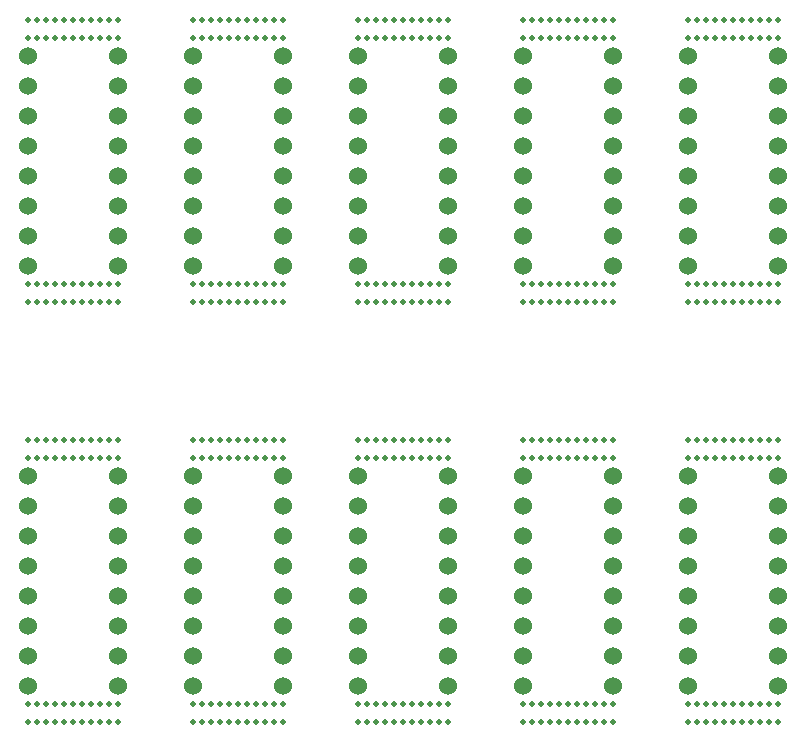
<source format=gbr>
%TF.GenerationSoftware,Altium Limited,Altium Designer,21.6.4 (81)*%
G04 Layer_Color=255*
%FSLAX26Y26*%
%MOIN*%
%TF.SameCoordinates,5FA90F47-3B47-4036-B415-51D33840892C*%
%TF.FilePolarity,Positive*%
%TF.FileFunction,Pads,Bot*%
%TF.Part,CustomerPanel*%
G01*
G75*
%TA.AperFunction,ViaPad*%
%ADD14C,0.019685*%
%ADD15C,0.060000*%
D14*
X1200000Y1055000D02*
D03*
X1230000D02*
D03*
X1260000D02*
D03*
X1290000D02*
D03*
X1320000D02*
D03*
X1350000D02*
D03*
X1380000D02*
D03*
X1410000D02*
D03*
X1440000D02*
D03*
X1470000D02*
D03*
X1500000D02*
D03*
Y1115000D02*
D03*
X1470000D02*
D03*
X1440000D02*
D03*
X1410000D02*
D03*
X1380000D02*
D03*
X1350000D02*
D03*
X1320000D02*
D03*
X1290000D02*
D03*
X1260000D02*
D03*
X1230000D02*
D03*
X1200000D02*
D03*
X1750000Y1055000D02*
D03*
X1780000D02*
D03*
X1810000D02*
D03*
X1840000D02*
D03*
X1870000D02*
D03*
X1900000D02*
D03*
X1930000D02*
D03*
X1960000D02*
D03*
X1990000D02*
D03*
X2020000D02*
D03*
X2050000D02*
D03*
Y1115000D02*
D03*
X2020000D02*
D03*
X1990000D02*
D03*
X1960000D02*
D03*
X1930000D02*
D03*
X1900000D02*
D03*
X1870000D02*
D03*
X1840000D02*
D03*
X1810000D02*
D03*
X1780000D02*
D03*
X1750000D02*
D03*
X2300000Y1055000D02*
D03*
X2330000D02*
D03*
X2360000D02*
D03*
X2390000D02*
D03*
X2420000D02*
D03*
X2450000D02*
D03*
X2480000D02*
D03*
X2510000D02*
D03*
X2540000D02*
D03*
X2570000D02*
D03*
X2600000D02*
D03*
Y1115000D02*
D03*
X2570000D02*
D03*
X2540000D02*
D03*
X2510000D02*
D03*
X2480000D02*
D03*
X2450000D02*
D03*
X2420000D02*
D03*
X2390000D02*
D03*
X2360000D02*
D03*
X2330000D02*
D03*
X2300000D02*
D03*
X2850000Y1055000D02*
D03*
X2880000D02*
D03*
X2910000D02*
D03*
X2940000D02*
D03*
X2970000D02*
D03*
X3000000D02*
D03*
X3030000D02*
D03*
X3060000D02*
D03*
X3090000D02*
D03*
X3120000D02*
D03*
X3150000D02*
D03*
Y1115000D02*
D03*
X3120000D02*
D03*
X3090000D02*
D03*
X3060000D02*
D03*
X3030000D02*
D03*
X3000000D02*
D03*
X2970000D02*
D03*
X2940000D02*
D03*
X2910000D02*
D03*
X2880000D02*
D03*
X2850000D02*
D03*
X3400000Y1055000D02*
D03*
X3430000D02*
D03*
X3460000D02*
D03*
X3490000D02*
D03*
X3520000D02*
D03*
X3550000D02*
D03*
X3580000D02*
D03*
X3610000D02*
D03*
X3640000D02*
D03*
X3670000D02*
D03*
X3700000D02*
D03*
Y1115000D02*
D03*
X3670000D02*
D03*
X3640000D02*
D03*
X3610000D02*
D03*
X3580000D02*
D03*
X3550000D02*
D03*
X3520000D02*
D03*
X3490000D02*
D03*
X3460000D02*
D03*
X3430000D02*
D03*
X3400000D02*
D03*
X3700000Y1935000D02*
D03*
Y1995000D02*
D03*
X3670000D02*
D03*
X3640000D02*
D03*
X3610000D02*
D03*
Y1935000D02*
D03*
X3640000D02*
D03*
X3670000D02*
D03*
X3580000D02*
D03*
X3550000D02*
D03*
X3520000D02*
D03*
Y1995000D02*
D03*
X3550000D02*
D03*
X3580000D02*
D03*
X3490000D02*
D03*
X3460000D02*
D03*
X3430000D02*
D03*
X3400000D02*
D03*
Y1935000D02*
D03*
X3430000D02*
D03*
X3460000D02*
D03*
X3490000D02*
D03*
X3150000D02*
D03*
X3120000D02*
D03*
Y1995000D02*
D03*
X3150000D02*
D03*
X3090000D02*
D03*
X3060000D02*
D03*
X3030000D02*
D03*
X3000000D02*
D03*
Y1935000D02*
D03*
X3030000D02*
D03*
X3060000D02*
D03*
X3090000D02*
D03*
X2970000D02*
D03*
X2940000D02*
D03*
X2910000D02*
D03*
Y1995000D02*
D03*
X2940000D02*
D03*
X2970000D02*
D03*
X2880000D02*
D03*
X2850000D02*
D03*
Y1935000D02*
D03*
X2880000D02*
D03*
X2600000D02*
D03*
Y1995000D02*
D03*
X2570000D02*
D03*
X2540000D02*
D03*
X2510000D02*
D03*
Y1935000D02*
D03*
X2540000D02*
D03*
X2570000D02*
D03*
X2480000D02*
D03*
X2450000D02*
D03*
X2420000D02*
D03*
Y1995000D02*
D03*
X2450000D02*
D03*
X2480000D02*
D03*
X2390000D02*
D03*
X2360000D02*
D03*
X2330000D02*
D03*
X2300000D02*
D03*
Y1935000D02*
D03*
X2330000D02*
D03*
X2360000D02*
D03*
X2390000D02*
D03*
X2050000D02*
D03*
X2020000D02*
D03*
Y1995000D02*
D03*
X2050000D02*
D03*
X1990000D02*
D03*
X1960000D02*
D03*
X1930000D02*
D03*
X1900000D02*
D03*
Y1935000D02*
D03*
X1930000D02*
D03*
X1960000D02*
D03*
X1990000D02*
D03*
X1870000D02*
D03*
X1840000D02*
D03*
X1810000D02*
D03*
Y1995000D02*
D03*
X1840000D02*
D03*
X1870000D02*
D03*
X1780000D02*
D03*
X1750000D02*
D03*
Y1935000D02*
D03*
X1780000D02*
D03*
X1500000D02*
D03*
Y1995000D02*
D03*
X1470000D02*
D03*
X1440000D02*
D03*
X1410000D02*
D03*
Y1935000D02*
D03*
X1440000D02*
D03*
X1470000D02*
D03*
X1380000D02*
D03*
X1350000D02*
D03*
X1320000D02*
D03*
Y1995000D02*
D03*
X1350000D02*
D03*
X1380000D02*
D03*
X1290000D02*
D03*
X1260000D02*
D03*
X1230000D02*
D03*
X1200000D02*
D03*
Y1935000D02*
D03*
X1230000D02*
D03*
X1260000D02*
D03*
X1290000D02*
D03*
X1750000Y2455000D02*
D03*
X1780000D02*
D03*
X1810000D02*
D03*
X1840000D02*
D03*
X1870000D02*
D03*
X1900000D02*
D03*
X1930000D02*
D03*
X1960000D02*
D03*
X1990000D02*
D03*
X2020000D02*
D03*
X2050000D02*
D03*
Y2515000D02*
D03*
X2020000D02*
D03*
X1990000D02*
D03*
X1960000D02*
D03*
X1930000D02*
D03*
X1900000D02*
D03*
X1870000D02*
D03*
X1840000D02*
D03*
X1810000D02*
D03*
X1780000D02*
D03*
X1750000D02*
D03*
X1500000D02*
D03*
Y2455000D02*
D03*
X1470000Y2515000D02*
D03*
X1440000D02*
D03*
X1410000D02*
D03*
Y2455000D02*
D03*
X1440000D02*
D03*
X1470000D02*
D03*
X1380000Y2515000D02*
D03*
X1350000D02*
D03*
X1320000D02*
D03*
Y2455000D02*
D03*
X1350000D02*
D03*
X1380000D02*
D03*
X1290000Y2515000D02*
D03*
X1260000D02*
D03*
X1230000D02*
D03*
X1200000D02*
D03*
Y2455000D02*
D03*
X1230000D02*
D03*
X1260000D02*
D03*
X1290000D02*
D03*
X2020000Y3335000D02*
D03*
X2050000D02*
D03*
Y3395000D02*
D03*
X2020000D02*
D03*
X1990000D02*
D03*
X1960000D02*
D03*
X1930000D02*
D03*
X1900000D02*
D03*
Y3335000D02*
D03*
X1930000D02*
D03*
X1960000D02*
D03*
X1990000D02*
D03*
X1870000D02*
D03*
X1840000D02*
D03*
X1810000D02*
D03*
Y3395000D02*
D03*
X1840000D02*
D03*
X1870000D02*
D03*
X1780000D02*
D03*
X1750000D02*
D03*
Y3335000D02*
D03*
X1780000D02*
D03*
X1500000D02*
D03*
Y3395000D02*
D03*
X1470000D02*
D03*
X1440000D02*
D03*
X1410000D02*
D03*
Y3335000D02*
D03*
X1440000D02*
D03*
X1470000D02*
D03*
X1380000D02*
D03*
X1350000D02*
D03*
X1320000D02*
D03*
Y3395000D02*
D03*
X1350000D02*
D03*
X1380000D02*
D03*
X1290000D02*
D03*
X1260000D02*
D03*
X1230000D02*
D03*
X1200000D02*
D03*
Y3335000D02*
D03*
X1230000D02*
D03*
X1260000D02*
D03*
X1290000D02*
D03*
X2300000Y2455000D02*
D03*
X2330000D02*
D03*
X2360000D02*
D03*
X2390000D02*
D03*
X2420000D02*
D03*
X2450000D02*
D03*
X2480000D02*
D03*
X2510000D02*
D03*
X2540000D02*
D03*
X2570000D02*
D03*
X2600000D02*
D03*
Y2515000D02*
D03*
X2570000D02*
D03*
X2540000D02*
D03*
X2510000D02*
D03*
X2480000D02*
D03*
X2450000D02*
D03*
X2420000D02*
D03*
X2390000D02*
D03*
X2360000D02*
D03*
X2330000D02*
D03*
X2300000D02*
D03*
X2850000Y2455000D02*
D03*
X2880000D02*
D03*
X2910000D02*
D03*
X2940000D02*
D03*
X2970000D02*
D03*
X3000000D02*
D03*
X3030000D02*
D03*
X3060000D02*
D03*
X3090000D02*
D03*
X3120000D02*
D03*
X3150000D02*
D03*
Y2515000D02*
D03*
X3120000D02*
D03*
X3090000D02*
D03*
X3060000D02*
D03*
X3030000D02*
D03*
X3000000D02*
D03*
X2970000D02*
D03*
X2940000D02*
D03*
X2910000D02*
D03*
X2880000D02*
D03*
X2850000D02*
D03*
X3400000Y2455000D02*
D03*
X3430000D02*
D03*
X3460000D02*
D03*
X3490000D02*
D03*
X3520000D02*
D03*
X3550000D02*
D03*
X3580000D02*
D03*
X3610000D02*
D03*
X3640000D02*
D03*
X3670000D02*
D03*
X3700000D02*
D03*
Y2515000D02*
D03*
X3670000D02*
D03*
X3640000D02*
D03*
X3610000D02*
D03*
X3580000D02*
D03*
X3550000D02*
D03*
X3520000D02*
D03*
X3490000D02*
D03*
X3460000D02*
D03*
X3430000D02*
D03*
X3400000D02*
D03*
X3700000Y3335000D02*
D03*
Y3395000D02*
D03*
X3670000D02*
D03*
X3640000D02*
D03*
X3610000D02*
D03*
Y3335000D02*
D03*
X3640000D02*
D03*
X3670000D02*
D03*
X3580000D02*
D03*
X3550000D02*
D03*
X3520000D02*
D03*
Y3395000D02*
D03*
X3550000D02*
D03*
X3580000D02*
D03*
X3490000D02*
D03*
X3460000D02*
D03*
X3430000D02*
D03*
X3400000D02*
D03*
Y3335000D02*
D03*
X3430000D02*
D03*
X3460000D02*
D03*
X3490000D02*
D03*
X3150000D02*
D03*
X3120000D02*
D03*
Y3395000D02*
D03*
X3150000D02*
D03*
X3090000D02*
D03*
X3060000D02*
D03*
X3030000D02*
D03*
X3000000D02*
D03*
Y3335000D02*
D03*
X3030000D02*
D03*
X3060000D02*
D03*
X3090000D02*
D03*
X2970000D02*
D03*
X2940000D02*
D03*
X2910000D02*
D03*
Y3395000D02*
D03*
X2940000D02*
D03*
X2970000D02*
D03*
X2880000D02*
D03*
X2850000D02*
D03*
Y3335000D02*
D03*
X2880000D02*
D03*
X2600000D02*
D03*
Y3395000D02*
D03*
X2570000D02*
D03*
X2540000D02*
D03*
X2510000D02*
D03*
Y3335000D02*
D03*
X2540000D02*
D03*
X2570000D02*
D03*
X2480000D02*
D03*
X2450000D02*
D03*
X2420000D02*
D03*
Y3395000D02*
D03*
X2450000D02*
D03*
X2480000D02*
D03*
X2390000D02*
D03*
X2360000D02*
D03*
X2330000D02*
D03*
X2300000D02*
D03*
Y3335000D02*
D03*
X2330000D02*
D03*
X2360000D02*
D03*
X2390000D02*
D03*
D15*
X1200000Y1175000D02*
D03*
Y1275000D02*
D03*
Y1375000D02*
D03*
Y1475000D02*
D03*
Y1575000D02*
D03*
Y1675000D02*
D03*
Y1775000D02*
D03*
Y1875000D02*
D03*
X1500000Y1575000D02*
D03*
Y1475000D02*
D03*
Y1375000D02*
D03*
Y1275000D02*
D03*
Y1175000D02*
D03*
X1750000D02*
D03*
Y1275000D02*
D03*
Y1375000D02*
D03*
Y1475000D02*
D03*
Y1575000D02*
D03*
Y1675000D02*
D03*
Y1775000D02*
D03*
Y1875000D02*
D03*
X1500000D02*
D03*
Y1775000D02*
D03*
Y1675000D02*
D03*
X2050000Y1175000D02*
D03*
Y1275000D02*
D03*
Y1375000D02*
D03*
Y1475000D02*
D03*
Y1575000D02*
D03*
Y1675000D02*
D03*
Y1775000D02*
D03*
Y1875000D02*
D03*
X2300000Y1575000D02*
D03*
Y1475000D02*
D03*
Y1375000D02*
D03*
Y1275000D02*
D03*
Y1175000D02*
D03*
X2600000D02*
D03*
Y1275000D02*
D03*
Y1375000D02*
D03*
Y1475000D02*
D03*
Y1575000D02*
D03*
Y1675000D02*
D03*
Y1775000D02*
D03*
Y1875000D02*
D03*
X2850000Y1675000D02*
D03*
Y1575000D02*
D03*
Y1475000D02*
D03*
Y1375000D02*
D03*
Y1275000D02*
D03*
Y1175000D02*
D03*
X3150000D02*
D03*
Y1275000D02*
D03*
Y1375000D02*
D03*
Y1475000D02*
D03*
Y1575000D02*
D03*
Y1675000D02*
D03*
Y1775000D02*
D03*
Y1875000D02*
D03*
X3400000Y1575000D02*
D03*
Y1475000D02*
D03*
Y1375000D02*
D03*
Y1275000D02*
D03*
Y1175000D02*
D03*
X3700000D02*
D03*
Y1275000D02*
D03*
Y1375000D02*
D03*
Y1475000D02*
D03*
Y1575000D02*
D03*
Y1675000D02*
D03*
Y1775000D02*
D03*
Y1875000D02*
D03*
X3400000D02*
D03*
Y1775000D02*
D03*
Y1675000D02*
D03*
X2850000Y1875000D02*
D03*
Y1775000D02*
D03*
X2300000Y1875000D02*
D03*
Y1775000D02*
D03*
Y1675000D02*
D03*
X3150000Y2575000D02*
D03*
Y2675000D02*
D03*
Y2775000D02*
D03*
Y2875000D02*
D03*
Y2975000D02*
D03*
Y3075000D02*
D03*
Y3175000D02*
D03*
Y3275000D02*
D03*
X3400000Y2975000D02*
D03*
Y2875000D02*
D03*
Y2775000D02*
D03*
Y2675000D02*
D03*
Y2575000D02*
D03*
X3700000D02*
D03*
Y2675000D02*
D03*
Y2775000D02*
D03*
Y2875000D02*
D03*
Y2975000D02*
D03*
Y3075000D02*
D03*
Y3175000D02*
D03*
Y3275000D02*
D03*
X3400000D02*
D03*
Y3175000D02*
D03*
Y3075000D02*
D03*
X2850000Y3275000D02*
D03*
Y3175000D02*
D03*
Y3075000D02*
D03*
Y2975000D02*
D03*
Y2875000D02*
D03*
Y2775000D02*
D03*
Y2675000D02*
D03*
Y2575000D02*
D03*
X2600000Y2775000D02*
D03*
Y2675000D02*
D03*
Y2575000D02*
D03*
Y2875000D02*
D03*
Y2975000D02*
D03*
Y3075000D02*
D03*
Y3175000D02*
D03*
Y3275000D02*
D03*
X2300000D02*
D03*
Y3175000D02*
D03*
Y3075000D02*
D03*
Y2975000D02*
D03*
Y2875000D02*
D03*
Y2775000D02*
D03*
Y2675000D02*
D03*
Y2575000D02*
D03*
X2050000Y2875000D02*
D03*
Y2775000D02*
D03*
Y2675000D02*
D03*
Y2575000D02*
D03*
X1750000Y2875000D02*
D03*
Y2775000D02*
D03*
Y2675000D02*
D03*
Y2575000D02*
D03*
X1500000Y2775000D02*
D03*
Y2675000D02*
D03*
Y2575000D02*
D03*
Y2875000D02*
D03*
Y2975000D02*
D03*
Y3075000D02*
D03*
Y3175000D02*
D03*
Y3275000D02*
D03*
X1750000Y3075000D02*
D03*
Y2975000D02*
D03*
Y3175000D02*
D03*
Y3275000D02*
D03*
X2050000Y2975000D02*
D03*
Y3075000D02*
D03*
Y3175000D02*
D03*
Y3275000D02*
D03*
X1200000D02*
D03*
Y3175000D02*
D03*
Y3075000D02*
D03*
Y2975000D02*
D03*
Y2875000D02*
D03*
Y2775000D02*
D03*
Y2675000D02*
D03*
Y2575000D02*
D03*
%TF.MD5,a2627aa0c8c191919718069c40ccf715*%
M02*

</source>
